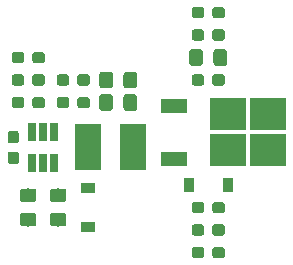
<source format=gbr>
G04 #@! TF.GenerationSoftware,KiCad,Pcbnew,(5.1.2)-2*
G04 #@! TF.CreationDate,2019-08-30T16:50:20-04:00*
G04 #@! TF.ProjectId,Buck Converter SubBoard 0-2,4275636b-2043-46f6-9e76-657274657220,rev?*
G04 #@! TF.SameCoordinates,Original*
G04 #@! TF.FileFunction,Paste,Top*
G04 #@! TF.FilePolarity,Positive*
%FSLAX46Y46*%
G04 Gerber Fmt 4.6, Leading zero omitted, Abs format (unit mm)*
G04 Created by KiCad (PCBNEW (5.1.2)-2) date 2019-08-30 16:50:20*
%MOMM*%
%LPD*%
G04 APERTURE LIST*
%ADD10C,0.100000*%
%ADD11C,1.150000*%
%ADD12C,0.950000*%
%ADD13R,1.200000X0.900000*%
%ADD14R,2.200000X3.900000*%
%ADD15R,0.650000X1.560000*%
%ADD16R,2.200000X1.200000*%
%ADD17R,3.050000X2.750000*%
%ADD18R,0.900000X1.200000*%
G04 APERTURE END LIST*
D10*
G04 #@! TO.C,C1*
G36*
X98264505Y-106351204D02*
G01*
X98288773Y-106354804D01*
X98312572Y-106360765D01*
X98335671Y-106369030D01*
X98357850Y-106379520D01*
X98378893Y-106392132D01*
X98398599Y-106406747D01*
X98416777Y-106423223D01*
X98433253Y-106441401D01*
X98447868Y-106461107D01*
X98460480Y-106482150D01*
X98470970Y-106504329D01*
X98479235Y-106527428D01*
X98485196Y-106551227D01*
X98488796Y-106575495D01*
X98490000Y-106599999D01*
X98490000Y-107250001D01*
X98488796Y-107274505D01*
X98485196Y-107298773D01*
X98479235Y-107322572D01*
X98470970Y-107345671D01*
X98460480Y-107367850D01*
X98447868Y-107388893D01*
X98433253Y-107408599D01*
X98416777Y-107426777D01*
X98398599Y-107443253D01*
X98378893Y-107457868D01*
X98357850Y-107470480D01*
X98335671Y-107480970D01*
X98312572Y-107489235D01*
X98288773Y-107495196D01*
X98264505Y-107498796D01*
X98240001Y-107500000D01*
X97339999Y-107500000D01*
X97315495Y-107498796D01*
X97291227Y-107495196D01*
X97267428Y-107489235D01*
X97244329Y-107480970D01*
X97222150Y-107470480D01*
X97201107Y-107457868D01*
X97181401Y-107443253D01*
X97163223Y-107426777D01*
X97146747Y-107408599D01*
X97132132Y-107388893D01*
X97119520Y-107367850D01*
X97109030Y-107345671D01*
X97100765Y-107322572D01*
X97094804Y-107298773D01*
X97091204Y-107274505D01*
X97090000Y-107250001D01*
X97090000Y-106599999D01*
X97091204Y-106575495D01*
X97094804Y-106551227D01*
X97100765Y-106527428D01*
X97109030Y-106504329D01*
X97119520Y-106482150D01*
X97132132Y-106461107D01*
X97146747Y-106441401D01*
X97163223Y-106423223D01*
X97181401Y-106406747D01*
X97201107Y-106392132D01*
X97222150Y-106379520D01*
X97244329Y-106369030D01*
X97267428Y-106360765D01*
X97291227Y-106354804D01*
X97315495Y-106351204D01*
X97339999Y-106350000D01*
X98240001Y-106350000D01*
X98264505Y-106351204D01*
X98264505Y-106351204D01*
G37*
D11*
X97790000Y-106925000D03*
D10*
G36*
X98264505Y-108401204D02*
G01*
X98288773Y-108404804D01*
X98312572Y-108410765D01*
X98335671Y-108419030D01*
X98357850Y-108429520D01*
X98378893Y-108442132D01*
X98398599Y-108456747D01*
X98416777Y-108473223D01*
X98433253Y-108491401D01*
X98447868Y-108511107D01*
X98460480Y-108532150D01*
X98470970Y-108554329D01*
X98479235Y-108577428D01*
X98485196Y-108601227D01*
X98488796Y-108625495D01*
X98490000Y-108649999D01*
X98490000Y-109300001D01*
X98488796Y-109324505D01*
X98485196Y-109348773D01*
X98479235Y-109372572D01*
X98470970Y-109395671D01*
X98460480Y-109417850D01*
X98447868Y-109438893D01*
X98433253Y-109458599D01*
X98416777Y-109476777D01*
X98398599Y-109493253D01*
X98378893Y-109507868D01*
X98357850Y-109520480D01*
X98335671Y-109530970D01*
X98312572Y-109539235D01*
X98288773Y-109545196D01*
X98264505Y-109548796D01*
X98240001Y-109550000D01*
X97339999Y-109550000D01*
X97315495Y-109548796D01*
X97291227Y-109545196D01*
X97267428Y-109539235D01*
X97244329Y-109530970D01*
X97222150Y-109520480D01*
X97201107Y-109507868D01*
X97181401Y-109493253D01*
X97163223Y-109476777D01*
X97146747Y-109458599D01*
X97132132Y-109438893D01*
X97119520Y-109417850D01*
X97109030Y-109395671D01*
X97100765Y-109372572D01*
X97094804Y-109348773D01*
X97091204Y-109324505D01*
X97090000Y-109300001D01*
X97090000Y-108649999D01*
X97091204Y-108625495D01*
X97094804Y-108601227D01*
X97100765Y-108577428D01*
X97109030Y-108554329D01*
X97119520Y-108532150D01*
X97132132Y-108511107D01*
X97146747Y-108491401D01*
X97163223Y-108473223D01*
X97181401Y-108456747D01*
X97201107Y-108442132D01*
X97222150Y-108429520D01*
X97244329Y-108419030D01*
X97267428Y-108410765D01*
X97291227Y-108404804D01*
X97315495Y-108401204D01*
X97339999Y-108400000D01*
X98240001Y-108400000D01*
X98264505Y-108401204D01*
X98264505Y-108401204D01*
G37*
D11*
X97790000Y-108975000D03*
G04 #@! TD*
D10*
G04 #@! TO.C,C2*
G36*
X95724505Y-106351204D02*
G01*
X95748773Y-106354804D01*
X95772572Y-106360765D01*
X95795671Y-106369030D01*
X95817850Y-106379520D01*
X95838893Y-106392132D01*
X95858599Y-106406747D01*
X95876777Y-106423223D01*
X95893253Y-106441401D01*
X95907868Y-106461107D01*
X95920480Y-106482150D01*
X95930970Y-106504329D01*
X95939235Y-106527428D01*
X95945196Y-106551227D01*
X95948796Y-106575495D01*
X95950000Y-106599999D01*
X95950000Y-107250001D01*
X95948796Y-107274505D01*
X95945196Y-107298773D01*
X95939235Y-107322572D01*
X95930970Y-107345671D01*
X95920480Y-107367850D01*
X95907868Y-107388893D01*
X95893253Y-107408599D01*
X95876777Y-107426777D01*
X95858599Y-107443253D01*
X95838893Y-107457868D01*
X95817850Y-107470480D01*
X95795671Y-107480970D01*
X95772572Y-107489235D01*
X95748773Y-107495196D01*
X95724505Y-107498796D01*
X95700001Y-107500000D01*
X94799999Y-107500000D01*
X94775495Y-107498796D01*
X94751227Y-107495196D01*
X94727428Y-107489235D01*
X94704329Y-107480970D01*
X94682150Y-107470480D01*
X94661107Y-107457868D01*
X94641401Y-107443253D01*
X94623223Y-107426777D01*
X94606747Y-107408599D01*
X94592132Y-107388893D01*
X94579520Y-107367850D01*
X94569030Y-107345671D01*
X94560765Y-107322572D01*
X94554804Y-107298773D01*
X94551204Y-107274505D01*
X94550000Y-107250001D01*
X94550000Y-106599999D01*
X94551204Y-106575495D01*
X94554804Y-106551227D01*
X94560765Y-106527428D01*
X94569030Y-106504329D01*
X94579520Y-106482150D01*
X94592132Y-106461107D01*
X94606747Y-106441401D01*
X94623223Y-106423223D01*
X94641401Y-106406747D01*
X94661107Y-106392132D01*
X94682150Y-106379520D01*
X94704329Y-106369030D01*
X94727428Y-106360765D01*
X94751227Y-106354804D01*
X94775495Y-106351204D01*
X94799999Y-106350000D01*
X95700001Y-106350000D01*
X95724505Y-106351204D01*
X95724505Y-106351204D01*
G37*
D11*
X95250000Y-106925000D03*
D10*
G36*
X95724505Y-108401204D02*
G01*
X95748773Y-108404804D01*
X95772572Y-108410765D01*
X95795671Y-108419030D01*
X95817850Y-108429520D01*
X95838893Y-108442132D01*
X95858599Y-108456747D01*
X95876777Y-108473223D01*
X95893253Y-108491401D01*
X95907868Y-108511107D01*
X95920480Y-108532150D01*
X95930970Y-108554329D01*
X95939235Y-108577428D01*
X95945196Y-108601227D01*
X95948796Y-108625495D01*
X95950000Y-108649999D01*
X95950000Y-109300001D01*
X95948796Y-109324505D01*
X95945196Y-109348773D01*
X95939235Y-109372572D01*
X95930970Y-109395671D01*
X95920480Y-109417850D01*
X95907868Y-109438893D01*
X95893253Y-109458599D01*
X95876777Y-109476777D01*
X95858599Y-109493253D01*
X95838893Y-109507868D01*
X95817850Y-109520480D01*
X95795671Y-109530970D01*
X95772572Y-109539235D01*
X95748773Y-109545196D01*
X95724505Y-109548796D01*
X95700001Y-109550000D01*
X94799999Y-109550000D01*
X94775495Y-109548796D01*
X94751227Y-109545196D01*
X94727428Y-109539235D01*
X94704329Y-109530970D01*
X94682150Y-109520480D01*
X94661107Y-109507868D01*
X94641401Y-109493253D01*
X94623223Y-109476777D01*
X94606747Y-109458599D01*
X94592132Y-109438893D01*
X94579520Y-109417850D01*
X94569030Y-109395671D01*
X94560765Y-109372572D01*
X94554804Y-109348773D01*
X94551204Y-109324505D01*
X94550000Y-109300001D01*
X94550000Y-108649999D01*
X94551204Y-108625495D01*
X94554804Y-108601227D01*
X94560765Y-108577428D01*
X94569030Y-108554329D01*
X94579520Y-108532150D01*
X94592132Y-108511107D01*
X94606747Y-108491401D01*
X94623223Y-108473223D01*
X94641401Y-108456747D01*
X94661107Y-108442132D01*
X94682150Y-108429520D01*
X94704329Y-108419030D01*
X94727428Y-108410765D01*
X94751227Y-108404804D01*
X94775495Y-108401204D01*
X94799999Y-108400000D01*
X95700001Y-108400000D01*
X95724505Y-108401204D01*
X95724505Y-108401204D01*
G37*
D11*
X95250000Y-108975000D03*
G04 #@! TD*
D10*
G04 #@! TO.C,C3*
G36*
X98495779Y-98586144D02*
G01*
X98518834Y-98589563D01*
X98541443Y-98595227D01*
X98563387Y-98603079D01*
X98584457Y-98613044D01*
X98604448Y-98625026D01*
X98623168Y-98638910D01*
X98640438Y-98654562D01*
X98656090Y-98671832D01*
X98669974Y-98690552D01*
X98681956Y-98710543D01*
X98691921Y-98731613D01*
X98699773Y-98753557D01*
X98705437Y-98776166D01*
X98708856Y-98799221D01*
X98710000Y-98822500D01*
X98710000Y-99297500D01*
X98708856Y-99320779D01*
X98705437Y-99343834D01*
X98699773Y-99366443D01*
X98691921Y-99388387D01*
X98681956Y-99409457D01*
X98669974Y-99429448D01*
X98656090Y-99448168D01*
X98640438Y-99465438D01*
X98623168Y-99481090D01*
X98604448Y-99494974D01*
X98584457Y-99506956D01*
X98563387Y-99516921D01*
X98541443Y-99524773D01*
X98518834Y-99530437D01*
X98495779Y-99533856D01*
X98472500Y-99535000D01*
X97897500Y-99535000D01*
X97874221Y-99533856D01*
X97851166Y-99530437D01*
X97828557Y-99524773D01*
X97806613Y-99516921D01*
X97785543Y-99506956D01*
X97765552Y-99494974D01*
X97746832Y-99481090D01*
X97729562Y-99465438D01*
X97713910Y-99448168D01*
X97700026Y-99429448D01*
X97688044Y-99409457D01*
X97678079Y-99388387D01*
X97670227Y-99366443D01*
X97664563Y-99343834D01*
X97661144Y-99320779D01*
X97660000Y-99297500D01*
X97660000Y-98822500D01*
X97661144Y-98799221D01*
X97664563Y-98776166D01*
X97670227Y-98753557D01*
X97678079Y-98731613D01*
X97688044Y-98710543D01*
X97700026Y-98690552D01*
X97713910Y-98671832D01*
X97729562Y-98654562D01*
X97746832Y-98638910D01*
X97765552Y-98625026D01*
X97785543Y-98613044D01*
X97806613Y-98603079D01*
X97828557Y-98595227D01*
X97851166Y-98589563D01*
X97874221Y-98586144D01*
X97897500Y-98585000D01*
X98472500Y-98585000D01*
X98495779Y-98586144D01*
X98495779Y-98586144D01*
G37*
D12*
X98185000Y-99060000D03*
D10*
G36*
X100245779Y-98586144D02*
G01*
X100268834Y-98589563D01*
X100291443Y-98595227D01*
X100313387Y-98603079D01*
X100334457Y-98613044D01*
X100354448Y-98625026D01*
X100373168Y-98638910D01*
X100390438Y-98654562D01*
X100406090Y-98671832D01*
X100419974Y-98690552D01*
X100431956Y-98710543D01*
X100441921Y-98731613D01*
X100449773Y-98753557D01*
X100455437Y-98776166D01*
X100458856Y-98799221D01*
X100460000Y-98822500D01*
X100460000Y-99297500D01*
X100458856Y-99320779D01*
X100455437Y-99343834D01*
X100449773Y-99366443D01*
X100441921Y-99388387D01*
X100431956Y-99409457D01*
X100419974Y-99429448D01*
X100406090Y-99448168D01*
X100390438Y-99465438D01*
X100373168Y-99481090D01*
X100354448Y-99494974D01*
X100334457Y-99506956D01*
X100313387Y-99516921D01*
X100291443Y-99524773D01*
X100268834Y-99530437D01*
X100245779Y-99533856D01*
X100222500Y-99535000D01*
X99647500Y-99535000D01*
X99624221Y-99533856D01*
X99601166Y-99530437D01*
X99578557Y-99524773D01*
X99556613Y-99516921D01*
X99535543Y-99506956D01*
X99515552Y-99494974D01*
X99496832Y-99481090D01*
X99479562Y-99465438D01*
X99463910Y-99448168D01*
X99450026Y-99429448D01*
X99438044Y-99409457D01*
X99428079Y-99388387D01*
X99420227Y-99366443D01*
X99414563Y-99343834D01*
X99411144Y-99320779D01*
X99410000Y-99297500D01*
X99410000Y-98822500D01*
X99411144Y-98799221D01*
X99414563Y-98776166D01*
X99420227Y-98753557D01*
X99428079Y-98731613D01*
X99438044Y-98710543D01*
X99450026Y-98690552D01*
X99463910Y-98671832D01*
X99479562Y-98654562D01*
X99496832Y-98638910D01*
X99515552Y-98625026D01*
X99535543Y-98613044D01*
X99556613Y-98603079D01*
X99578557Y-98595227D01*
X99601166Y-98589563D01*
X99624221Y-98586144D01*
X99647500Y-98585000D01*
X100222500Y-98585000D01*
X100245779Y-98586144D01*
X100245779Y-98586144D01*
G37*
D12*
X99935000Y-99060000D03*
G04 #@! TD*
D10*
G04 #@! TO.C,C4*
G36*
X104244505Y-96456204D02*
G01*
X104268773Y-96459804D01*
X104292572Y-96465765D01*
X104315671Y-96474030D01*
X104337850Y-96484520D01*
X104358893Y-96497132D01*
X104378599Y-96511747D01*
X104396777Y-96528223D01*
X104413253Y-96546401D01*
X104427868Y-96566107D01*
X104440480Y-96587150D01*
X104450970Y-96609329D01*
X104459235Y-96632428D01*
X104465196Y-96656227D01*
X104468796Y-96680495D01*
X104470000Y-96704999D01*
X104470000Y-97605001D01*
X104468796Y-97629505D01*
X104465196Y-97653773D01*
X104459235Y-97677572D01*
X104450970Y-97700671D01*
X104440480Y-97722850D01*
X104427868Y-97743893D01*
X104413253Y-97763599D01*
X104396777Y-97781777D01*
X104378599Y-97798253D01*
X104358893Y-97812868D01*
X104337850Y-97825480D01*
X104315671Y-97835970D01*
X104292572Y-97844235D01*
X104268773Y-97850196D01*
X104244505Y-97853796D01*
X104220001Y-97855000D01*
X103569999Y-97855000D01*
X103545495Y-97853796D01*
X103521227Y-97850196D01*
X103497428Y-97844235D01*
X103474329Y-97835970D01*
X103452150Y-97825480D01*
X103431107Y-97812868D01*
X103411401Y-97798253D01*
X103393223Y-97781777D01*
X103376747Y-97763599D01*
X103362132Y-97743893D01*
X103349520Y-97722850D01*
X103339030Y-97700671D01*
X103330765Y-97677572D01*
X103324804Y-97653773D01*
X103321204Y-97629505D01*
X103320000Y-97605001D01*
X103320000Y-96704999D01*
X103321204Y-96680495D01*
X103324804Y-96656227D01*
X103330765Y-96632428D01*
X103339030Y-96609329D01*
X103349520Y-96587150D01*
X103362132Y-96566107D01*
X103376747Y-96546401D01*
X103393223Y-96528223D01*
X103411401Y-96511747D01*
X103431107Y-96497132D01*
X103452150Y-96484520D01*
X103474329Y-96474030D01*
X103497428Y-96465765D01*
X103521227Y-96459804D01*
X103545495Y-96456204D01*
X103569999Y-96455000D01*
X104220001Y-96455000D01*
X104244505Y-96456204D01*
X104244505Y-96456204D01*
G37*
D11*
X103895000Y-97155000D03*
D10*
G36*
X102194505Y-96456204D02*
G01*
X102218773Y-96459804D01*
X102242572Y-96465765D01*
X102265671Y-96474030D01*
X102287850Y-96484520D01*
X102308893Y-96497132D01*
X102328599Y-96511747D01*
X102346777Y-96528223D01*
X102363253Y-96546401D01*
X102377868Y-96566107D01*
X102390480Y-96587150D01*
X102400970Y-96609329D01*
X102409235Y-96632428D01*
X102415196Y-96656227D01*
X102418796Y-96680495D01*
X102420000Y-96704999D01*
X102420000Y-97605001D01*
X102418796Y-97629505D01*
X102415196Y-97653773D01*
X102409235Y-97677572D01*
X102400970Y-97700671D01*
X102390480Y-97722850D01*
X102377868Y-97743893D01*
X102363253Y-97763599D01*
X102346777Y-97781777D01*
X102328599Y-97798253D01*
X102308893Y-97812868D01*
X102287850Y-97825480D01*
X102265671Y-97835970D01*
X102242572Y-97844235D01*
X102218773Y-97850196D01*
X102194505Y-97853796D01*
X102170001Y-97855000D01*
X101519999Y-97855000D01*
X101495495Y-97853796D01*
X101471227Y-97850196D01*
X101447428Y-97844235D01*
X101424329Y-97835970D01*
X101402150Y-97825480D01*
X101381107Y-97812868D01*
X101361401Y-97798253D01*
X101343223Y-97781777D01*
X101326747Y-97763599D01*
X101312132Y-97743893D01*
X101299520Y-97722850D01*
X101289030Y-97700671D01*
X101280765Y-97677572D01*
X101274804Y-97653773D01*
X101271204Y-97629505D01*
X101270000Y-97605001D01*
X101270000Y-96704999D01*
X101271204Y-96680495D01*
X101274804Y-96656227D01*
X101280765Y-96632428D01*
X101289030Y-96609329D01*
X101299520Y-96587150D01*
X101312132Y-96566107D01*
X101326747Y-96546401D01*
X101343223Y-96528223D01*
X101361401Y-96511747D01*
X101381107Y-96497132D01*
X101402150Y-96484520D01*
X101424329Y-96474030D01*
X101447428Y-96465765D01*
X101471227Y-96459804D01*
X101495495Y-96456204D01*
X101519999Y-96455000D01*
X102170001Y-96455000D01*
X102194505Y-96456204D01*
X102194505Y-96456204D01*
G37*
D11*
X101845000Y-97155000D03*
G04 #@! TD*
D10*
G04 #@! TO.C,C5*
G36*
X102194505Y-98361204D02*
G01*
X102218773Y-98364804D01*
X102242572Y-98370765D01*
X102265671Y-98379030D01*
X102287850Y-98389520D01*
X102308893Y-98402132D01*
X102328599Y-98416747D01*
X102346777Y-98433223D01*
X102363253Y-98451401D01*
X102377868Y-98471107D01*
X102390480Y-98492150D01*
X102400970Y-98514329D01*
X102409235Y-98537428D01*
X102415196Y-98561227D01*
X102418796Y-98585495D01*
X102420000Y-98609999D01*
X102420000Y-99510001D01*
X102418796Y-99534505D01*
X102415196Y-99558773D01*
X102409235Y-99582572D01*
X102400970Y-99605671D01*
X102390480Y-99627850D01*
X102377868Y-99648893D01*
X102363253Y-99668599D01*
X102346777Y-99686777D01*
X102328599Y-99703253D01*
X102308893Y-99717868D01*
X102287850Y-99730480D01*
X102265671Y-99740970D01*
X102242572Y-99749235D01*
X102218773Y-99755196D01*
X102194505Y-99758796D01*
X102170001Y-99760000D01*
X101519999Y-99760000D01*
X101495495Y-99758796D01*
X101471227Y-99755196D01*
X101447428Y-99749235D01*
X101424329Y-99740970D01*
X101402150Y-99730480D01*
X101381107Y-99717868D01*
X101361401Y-99703253D01*
X101343223Y-99686777D01*
X101326747Y-99668599D01*
X101312132Y-99648893D01*
X101299520Y-99627850D01*
X101289030Y-99605671D01*
X101280765Y-99582572D01*
X101274804Y-99558773D01*
X101271204Y-99534505D01*
X101270000Y-99510001D01*
X101270000Y-98609999D01*
X101271204Y-98585495D01*
X101274804Y-98561227D01*
X101280765Y-98537428D01*
X101289030Y-98514329D01*
X101299520Y-98492150D01*
X101312132Y-98471107D01*
X101326747Y-98451401D01*
X101343223Y-98433223D01*
X101361401Y-98416747D01*
X101381107Y-98402132D01*
X101402150Y-98389520D01*
X101424329Y-98379030D01*
X101447428Y-98370765D01*
X101471227Y-98364804D01*
X101495495Y-98361204D01*
X101519999Y-98360000D01*
X102170001Y-98360000D01*
X102194505Y-98361204D01*
X102194505Y-98361204D01*
G37*
D11*
X101845000Y-99060000D03*
D10*
G36*
X104244505Y-98361204D02*
G01*
X104268773Y-98364804D01*
X104292572Y-98370765D01*
X104315671Y-98379030D01*
X104337850Y-98389520D01*
X104358893Y-98402132D01*
X104378599Y-98416747D01*
X104396777Y-98433223D01*
X104413253Y-98451401D01*
X104427868Y-98471107D01*
X104440480Y-98492150D01*
X104450970Y-98514329D01*
X104459235Y-98537428D01*
X104465196Y-98561227D01*
X104468796Y-98585495D01*
X104470000Y-98609999D01*
X104470000Y-99510001D01*
X104468796Y-99534505D01*
X104465196Y-99558773D01*
X104459235Y-99582572D01*
X104450970Y-99605671D01*
X104440480Y-99627850D01*
X104427868Y-99648893D01*
X104413253Y-99668599D01*
X104396777Y-99686777D01*
X104378599Y-99703253D01*
X104358893Y-99717868D01*
X104337850Y-99730480D01*
X104315671Y-99740970D01*
X104292572Y-99749235D01*
X104268773Y-99755196D01*
X104244505Y-99758796D01*
X104220001Y-99760000D01*
X103569999Y-99760000D01*
X103545495Y-99758796D01*
X103521227Y-99755196D01*
X103497428Y-99749235D01*
X103474329Y-99740970D01*
X103452150Y-99730480D01*
X103431107Y-99717868D01*
X103411401Y-99703253D01*
X103393223Y-99686777D01*
X103376747Y-99668599D01*
X103362132Y-99648893D01*
X103349520Y-99627850D01*
X103339030Y-99605671D01*
X103330765Y-99582572D01*
X103324804Y-99558773D01*
X103321204Y-99534505D01*
X103320000Y-99510001D01*
X103320000Y-98609999D01*
X103321204Y-98585495D01*
X103324804Y-98561227D01*
X103330765Y-98537428D01*
X103339030Y-98514329D01*
X103349520Y-98492150D01*
X103362132Y-98471107D01*
X103376747Y-98451401D01*
X103393223Y-98433223D01*
X103411401Y-98416747D01*
X103431107Y-98402132D01*
X103452150Y-98389520D01*
X103474329Y-98379030D01*
X103497428Y-98370765D01*
X103521227Y-98364804D01*
X103545495Y-98361204D01*
X103569999Y-98360000D01*
X104220001Y-98360000D01*
X104244505Y-98361204D01*
X104244505Y-98361204D01*
G37*
D11*
X103895000Y-99060000D03*
G04 #@! TD*
D10*
G04 #@! TO.C,C6*
G36*
X111675779Y-107476144D02*
G01*
X111698834Y-107479563D01*
X111721443Y-107485227D01*
X111743387Y-107493079D01*
X111764457Y-107503044D01*
X111784448Y-107515026D01*
X111803168Y-107528910D01*
X111820438Y-107544562D01*
X111836090Y-107561832D01*
X111849974Y-107580552D01*
X111861956Y-107600543D01*
X111871921Y-107621613D01*
X111879773Y-107643557D01*
X111885437Y-107666166D01*
X111888856Y-107689221D01*
X111890000Y-107712500D01*
X111890000Y-108187500D01*
X111888856Y-108210779D01*
X111885437Y-108233834D01*
X111879773Y-108256443D01*
X111871921Y-108278387D01*
X111861956Y-108299457D01*
X111849974Y-108319448D01*
X111836090Y-108338168D01*
X111820438Y-108355438D01*
X111803168Y-108371090D01*
X111784448Y-108384974D01*
X111764457Y-108396956D01*
X111743387Y-108406921D01*
X111721443Y-108414773D01*
X111698834Y-108420437D01*
X111675779Y-108423856D01*
X111652500Y-108425000D01*
X111077500Y-108425000D01*
X111054221Y-108423856D01*
X111031166Y-108420437D01*
X111008557Y-108414773D01*
X110986613Y-108406921D01*
X110965543Y-108396956D01*
X110945552Y-108384974D01*
X110926832Y-108371090D01*
X110909562Y-108355438D01*
X110893910Y-108338168D01*
X110880026Y-108319448D01*
X110868044Y-108299457D01*
X110858079Y-108278387D01*
X110850227Y-108256443D01*
X110844563Y-108233834D01*
X110841144Y-108210779D01*
X110840000Y-108187500D01*
X110840000Y-107712500D01*
X110841144Y-107689221D01*
X110844563Y-107666166D01*
X110850227Y-107643557D01*
X110858079Y-107621613D01*
X110868044Y-107600543D01*
X110880026Y-107580552D01*
X110893910Y-107561832D01*
X110909562Y-107544562D01*
X110926832Y-107528910D01*
X110945552Y-107515026D01*
X110965543Y-107503044D01*
X110986613Y-107493079D01*
X111008557Y-107485227D01*
X111031166Y-107479563D01*
X111054221Y-107476144D01*
X111077500Y-107475000D01*
X111652500Y-107475000D01*
X111675779Y-107476144D01*
X111675779Y-107476144D01*
G37*
D12*
X111365000Y-107950000D03*
D10*
G36*
X109925779Y-107476144D02*
G01*
X109948834Y-107479563D01*
X109971443Y-107485227D01*
X109993387Y-107493079D01*
X110014457Y-107503044D01*
X110034448Y-107515026D01*
X110053168Y-107528910D01*
X110070438Y-107544562D01*
X110086090Y-107561832D01*
X110099974Y-107580552D01*
X110111956Y-107600543D01*
X110121921Y-107621613D01*
X110129773Y-107643557D01*
X110135437Y-107666166D01*
X110138856Y-107689221D01*
X110140000Y-107712500D01*
X110140000Y-108187500D01*
X110138856Y-108210779D01*
X110135437Y-108233834D01*
X110129773Y-108256443D01*
X110121921Y-108278387D01*
X110111956Y-108299457D01*
X110099974Y-108319448D01*
X110086090Y-108338168D01*
X110070438Y-108355438D01*
X110053168Y-108371090D01*
X110034448Y-108384974D01*
X110014457Y-108396956D01*
X109993387Y-108406921D01*
X109971443Y-108414773D01*
X109948834Y-108420437D01*
X109925779Y-108423856D01*
X109902500Y-108425000D01*
X109327500Y-108425000D01*
X109304221Y-108423856D01*
X109281166Y-108420437D01*
X109258557Y-108414773D01*
X109236613Y-108406921D01*
X109215543Y-108396956D01*
X109195552Y-108384974D01*
X109176832Y-108371090D01*
X109159562Y-108355438D01*
X109143910Y-108338168D01*
X109130026Y-108319448D01*
X109118044Y-108299457D01*
X109108079Y-108278387D01*
X109100227Y-108256443D01*
X109094563Y-108233834D01*
X109091144Y-108210779D01*
X109090000Y-108187500D01*
X109090000Y-107712500D01*
X109091144Y-107689221D01*
X109094563Y-107666166D01*
X109100227Y-107643557D01*
X109108079Y-107621613D01*
X109118044Y-107600543D01*
X109130026Y-107580552D01*
X109143910Y-107561832D01*
X109159562Y-107544562D01*
X109176832Y-107528910D01*
X109195552Y-107515026D01*
X109215543Y-107503044D01*
X109236613Y-107493079D01*
X109258557Y-107485227D01*
X109281166Y-107479563D01*
X109304221Y-107476144D01*
X109327500Y-107475000D01*
X109902500Y-107475000D01*
X109925779Y-107476144D01*
X109925779Y-107476144D01*
G37*
D12*
X109615000Y-107950000D03*
G04 #@! TD*
D10*
G04 #@! TO.C,C7*
G36*
X109814505Y-94551204D02*
G01*
X109838773Y-94554804D01*
X109862572Y-94560765D01*
X109885671Y-94569030D01*
X109907850Y-94579520D01*
X109928893Y-94592132D01*
X109948599Y-94606747D01*
X109966777Y-94623223D01*
X109983253Y-94641401D01*
X109997868Y-94661107D01*
X110010480Y-94682150D01*
X110020970Y-94704329D01*
X110029235Y-94727428D01*
X110035196Y-94751227D01*
X110038796Y-94775495D01*
X110040000Y-94799999D01*
X110040000Y-95700001D01*
X110038796Y-95724505D01*
X110035196Y-95748773D01*
X110029235Y-95772572D01*
X110020970Y-95795671D01*
X110010480Y-95817850D01*
X109997868Y-95838893D01*
X109983253Y-95858599D01*
X109966777Y-95876777D01*
X109948599Y-95893253D01*
X109928893Y-95907868D01*
X109907850Y-95920480D01*
X109885671Y-95930970D01*
X109862572Y-95939235D01*
X109838773Y-95945196D01*
X109814505Y-95948796D01*
X109790001Y-95950000D01*
X109139999Y-95950000D01*
X109115495Y-95948796D01*
X109091227Y-95945196D01*
X109067428Y-95939235D01*
X109044329Y-95930970D01*
X109022150Y-95920480D01*
X109001107Y-95907868D01*
X108981401Y-95893253D01*
X108963223Y-95876777D01*
X108946747Y-95858599D01*
X108932132Y-95838893D01*
X108919520Y-95817850D01*
X108909030Y-95795671D01*
X108900765Y-95772572D01*
X108894804Y-95748773D01*
X108891204Y-95724505D01*
X108890000Y-95700001D01*
X108890000Y-94799999D01*
X108891204Y-94775495D01*
X108894804Y-94751227D01*
X108900765Y-94727428D01*
X108909030Y-94704329D01*
X108919520Y-94682150D01*
X108932132Y-94661107D01*
X108946747Y-94641401D01*
X108963223Y-94623223D01*
X108981401Y-94606747D01*
X109001107Y-94592132D01*
X109022150Y-94579520D01*
X109044329Y-94569030D01*
X109067428Y-94560765D01*
X109091227Y-94554804D01*
X109115495Y-94551204D01*
X109139999Y-94550000D01*
X109790001Y-94550000D01*
X109814505Y-94551204D01*
X109814505Y-94551204D01*
G37*
D11*
X109465000Y-95250000D03*
D10*
G36*
X111864505Y-94551204D02*
G01*
X111888773Y-94554804D01*
X111912572Y-94560765D01*
X111935671Y-94569030D01*
X111957850Y-94579520D01*
X111978893Y-94592132D01*
X111998599Y-94606747D01*
X112016777Y-94623223D01*
X112033253Y-94641401D01*
X112047868Y-94661107D01*
X112060480Y-94682150D01*
X112070970Y-94704329D01*
X112079235Y-94727428D01*
X112085196Y-94751227D01*
X112088796Y-94775495D01*
X112090000Y-94799999D01*
X112090000Y-95700001D01*
X112088796Y-95724505D01*
X112085196Y-95748773D01*
X112079235Y-95772572D01*
X112070970Y-95795671D01*
X112060480Y-95817850D01*
X112047868Y-95838893D01*
X112033253Y-95858599D01*
X112016777Y-95876777D01*
X111998599Y-95893253D01*
X111978893Y-95907868D01*
X111957850Y-95920480D01*
X111935671Y-95930970D01*
X111912572Y-95939235D01*
X111888773Y-95945196D01*
X111864505Y-95948796D01*
X111840001Y-95950000D01*
X111189999Y-95950000D01*
X111165495Y-95948796D01*
X111141227Y-95945196D01*
X111117428Y-95939235D01*
X111094329Y-95930970D01*
X111072150Y-95920480D01*
X111051107Y-95907868D01*
X111031401Y-95893253D01*
X111013223Y-95876777D01*
X110996747Y-95858599D01*
X110982132Y-95838893D01*
X110969520Y-95817850D01*
X110959030Y-95795671D01*
X110950765Y-95772572D01*
X110944804Y-95748773D01*
X110941204Y-95724505D01*
X110940000Y-95700001D01*
X110940000Y-94799999D01*
X110941204Y-94775495D01*
X110944804Y-94751227D01*
X110950765Y-94727428D01*
X110959030Y-94704329D01*
X110969520Y-94682150D01*
X110982132Y-94661107D01*
X110996747Y-94641401D01*
X111013223Y-94623223D01*
X111031401Y-94606747D01*
X111051107Y-94592132D01*
X111072150Y-94579520D01*
X111094329Y-94569030D01*
X111117428Y-94560765D01*
X111141227Y-94554804D01*
X111165495Y-94551204D01*
X111189999Y-94550000D01*
X111840001Y-94550000D01*
X111864505Y-94551204D01*
X111864505Y-94551204D01*
G37*
D11*
X111515000Y-95250000D03*
G04 #@! TD*
D10*
G04 #@! TO.C,C8*
G36*
X111675779Y-96681144D02*
G01*
X111698834Y-96684563D01*
X111721443Y-96690227D01*
X111743387Y-96698079D01*
X111764457Y-96708044D01*
X111784448Y-96720026D01*
X111803168Y-96733910D01*
X111820438Y-96749562D01*
X111836090Y-96766832D01*
X111849974Y-96785552D01*
X111861956Y-96805543D01*
X111871921Y-96826613D01*
X111879773Y-96848557D01*
X111885437Y-96871166D01*
X111888856Y-96894221D01*
X111890000Y-96917500D01*
X111890000Y-97392500D01*
X111888856Y-97415779D01*
X111885437Y-97438834D01*
X111879773Y-97461443D01*
X111871921Y-97483387D01*
X111861956Y-97504457D01*
X111849974Y-97524448D01*
X111836090Y-97543168D01*
X111820438Y-97560438D01*
X111803168Y-97576090D01*
X111784448Y-97589974D01*
X111764457Y-97601956D01*
X111743387Y-97611921D01*
X111721443Y-97619773D01*
X111698834Y-97625437D01*
X111675779Y-97628856D01*
X111652500Y-97630000D01*
X111077500Y-97630000D01*
X111054221Y-97628856D01*
X111031166Y-97625437D01*
X111008557Y-97619773D01*
X110986613Y-97611921D01*
X110965543Y-97601956D01*
X110945552Y-97589974D01*
X110926832Y-97576090D01*
X110909562Y-97560438D01*
X110893910Y-97543168D01*
X110880026Y-97524448D01*
X110868044Y-97504457D01*
X110858079Y-97483387D01*
X110850227Y-97461443D01*
X110844563Y-97438834D01*
X110841144Y-97415779D01*
X110840000Y-97392500D01*
X110840000Y-96917500D01*
X110841144Y-96894221D01*
X110844563Y-96871166D01*
X110850227Y-96848557D01*
X110858079Y-96826613D01*
X110868044Y-96805543D01*
X110880026Y-96785552D01*
X110893910Y-96766832D01*
X110909562Y-96749562D01*
X110926832Y-96733910D01*
X110945552Y-96720026D01*
X110965543Y-96708044D01*
X110986613Y-96698079D01*
X111008557Y-96690227D01*
X111031166Y-96684563D01*
X111054221Y-96681144D01*
X111077500Y-96680000D01*
X111652500Y-96680000D01*
X111675779Y-96681144D01*
X111675779Y-96681144D01*
G37*
D12*
X111365000Y-97155000D03*
D10*
G36*
X109925779Y-96681144D02*
G01*
X109948834Y-96684563D01*
X109971443Y-96690227D01*
X109993387Y-96698079D01*
X110014457Y-96708044D01*
X110034448Y-96720026D01*
X110053168Y-96733910D01*
X110070438Y-96749562D01*
X110086090Y-96766832D01*
X110099974Y-96785552D01*
X110111956Y-96805543D01*
X110121921Y-96826613D01*
X110129773Y-96848557D01*
X110135437Y-96871166D01*
X110138856Y-96894221D01*
X110140000Y-96917500D01*
X110140000Y-97392500D01*
X110138856Y-97415779D01*
X110135437Y-97438834D01*
X110129773Y-97461443D01*
X110121921Y-97483387D01*
X110111956Y-97504457D01*
X110099974Y-97524448D01*
X110086090Y-97543168D01*
X110070438Y-97560438D01*
X110053168Y-97576090D01*
X110034448Y-97589974D01*
X110014457Y-97601956D01*
X109993387Y-97611921D01*
X109971443Y-97619773D01*
X109948834Y-97625437D01*
X109925779Y-97628856D01*
X109902500Y-97630000D01*
X109327500Y-97630000D01*
X109304221Y-97628856D01*
X109281166Y-97625437D01*
X109258557Y-97619773D01*
X109236613Y-97611921D01*
X109215543Y-97601956D01*
X109195552Y-97589974D01*
X109176832Y-97576090D01*
X109159562Y-97560438D01*
X109143910Y-97543168D01*
X109130026Y-97524448D01*
X109118044Y-97504457D01*
X109108079Y-97483387D01*
X109100227Y-97461443D01*
X109094563Y-97438834D01*
X109091144Y-97415779D01*
X109090000Y-97392500D01*
X109090000Y-96917500D01*
X109091144Y-96894221D01*
X109094563Y-96871166D01*
X109100227Y-96848557D01*
X109108079Y-96826613D01*
X109118044Y-96805543D01*
X109130026Y-96785552D01*
X109143910Y-96766832D01*
X109159562Y-96749562D01*
X109176832Y-96733910D01*
X109195552Y-96720026D01*
X109215543Y-96708044D01*
X109236613Y-96698079D01*
X109258557Y-96690227D01*
X109281166Y-96684563D01*
X109304221Y-96681144D01*
X109327500Y-96680000D01*
X109902500Y-96680000D01*
X109925779Y-96681144D01*
X109925779Y-96681144D01*
G37*
D12*
X109615000Y-97155000D03*
G04 #@! TD*
D13*
G04 #@! TO.C,D1*
X100330000Y-106300000D03*
X100330000Y-109600000D03*
G04 #@! TD*
D10*
G04 #@! TO.C,D2*
G36*
X109925779Y-111286144D02*
G01*
X109948834Y-111289563D01*
X109971443Y-111295227D01*
X109993387Y-111303079D01*
X110014457Y-111313044D01*
X110034448Y-111325026D01*
X110053168Y-111338910D01*
X110070438Y-111354562D01*
X110086090Y-111371832D01*
X110099974Y-111390552D01*
X110111956Y-111410543D01*
X110121921Y-111431613D01*
X110129773Y-111453557D01*
X110135437Y-111476166D01*
X110138856Y-111499221D01*
X110140000Y-111522500D01*
X110140000Y-111997500D01*
X110138856Y-112020779D01*
X110135437Y-112043834D01*
X110129773Y-112066443D01*
X110121921Y-112088387D01*
X110111956Y-112109457D01*
X110099974Y-112129448D01*
X110086090Y-112148168D01*
X110070438Y-112165438D01*
X110053168Y-112181090D01*
X110034448Y-112194974D01*
X110014457Y-112206956D01*
X109993387Y-112216921D01*
X109971443Y-112224773D01*
X109948834Y-112230437D01*
X109925779Y-112233856D01*
X109902500Y-112235000D01*
X109327500Y-112235000D01*
X109304221Y-112233856D01*
X109281166Y-112230437D01*
X109258557Y-112224773D01*
X109236613Y-112216921D01*
X109215543Y-112206956D01*
X109195552Y-112194974D01*
X109176832Y-112181090D01*
X109159562Y-112165438D01*
X109143910Y-112148168D01*
X109130026Y-112129448D01*
X109118044Y-112109457D01*
X109108079Y-112088387D01*
X109100227Y-112066443D01*
X109094563Y-112043834D01*
X109091144Y-112020779D01*
X109090000Y-111997500D01*
X109090000Y-111522500D01*
X109091144Y-111499221D01*
X109094563Y-111476166D01*
X109100227Y-111453557D01*
X109108079Y-111431613D01*
X109118044Y-111410543D01*
X109130026Y-111390552D01*
X109143910Y-111371832D01*
X109159562Y-111354562D01*
X109176832Y-111338910D01*
X109195552Y-111325026D01*
X109215543Y-111313044D01*
X109236613Y-111303079D01*
X109258557Y-111295227D01*
X109281166Y-111289563D01*
X109304221Y-111286144D01*
X109327500Y-111285000D01*
X109902500Y-111285000D01*
X109925779Y-111286144D01*
X109925779Y-111286144D01*
G37*
D12*
X109615000Y-111760000D03*
D10*
G36*
X111675779Y-111286144D02*
G01*
X111698834Y-111289563D01*
X111721443Y-111295227D01*
X111743387Y-111303079D01*
X111764457Y-111313044D01*
X111784448Y-111325026D01*
X111803168Y-111338910D01*
X111820438Y-111354562D01*
X111836090Y-111371832D01*
X111849974Y-111390552D01*
X111861956Y-111410543D01*
X111871921Y-111431613D01*
X111879773Y-111453557D01*
X111885437Y-111476166D01*
X111888856Y-111499221D01*
X111890000Y-111522500D01*
X111890000Y-111997500D01*
X111888856Y-112020779D01*
X111885437Y-112043834D01*
X111879773Y-112066443D01*
X111871921Y-112088387D01*
X111861956Y-112109457D01*
X111849974Y-112129448D01*
X111836090Y-112148168D01*
X111820438Y-112165438D01*
X111803168Y-112181090D01*
X111784448Y-112194974D01*
X111764457Y-112206956D01*
X111743387Y-112216921D01*
X111721443Y-112224773D01*
X111698834Y-112230437D01*
X111675779Y-112233856D01*
X111652500Y-112235000D01*
X111077500Y-112235000D01*
X111054221Y-112233856D01*
X111031166Y-112230437D01*
X111008557Y-112224773D01*
X110986613Y-112216921D01*
X110965543Y-112206956D01*
X110945552Y-112194974D01*
X110926832Y-112181090D01*
X110909562Y-112165438D01*
X110893910Y-112148168D01*
X110880026Y-112129448D01*
X110868044Y-112109457D01*
X110858079Y-112088387D01*
X110850227Y-112066443D01*
X110844563Y-112043834D01*
X110841144Y-112020779D01*
X110840000Y-111997500D01*
X110840000Y-111522500D01*
X110841144Y-111499221D01*
X110844563Y-111476166D01*
X110850227Y-111453557D01*
X110858079Y-111431613D01*
X110868044Y-111410543D01*
X110880026Y-111390552D01*
X110893910Y-111371832D01*
X110909562Y-111354562D01*
X110926832Y-111338910D01*
X110945552Y-111325026D01*
X110965543Y-111313044D01*
X110986613Y-111303079D01*
X111008557Y-111295227D01*
X111031166Y-111289563D01*
X111054221Y-111286144D01*
X111077500Y-111285000D01*
X111652500Y-111285000D01*
X111675779Y-111286144D01*
X111675779Y-111286144D01*
G37*
D12*
X111365000Y-111760000D03*
G04 #@! TD*
D10*
G04 #@! TO.C,D3*
G36*
X111675779Y-90966144D02*
G01*
X111698834Y-90969563D01*
X111721443Y-90975227D01*
X111743387Y-90983079D01*
X111764457Y-90993044D01*
X111784448Y-91005026D01*
X111803168Y-91018910D01*
X111820438Y-91034562D01*
X111836090Y-91051832D01*
X111849974Y-91070552D01*
X111861956Y-91090543D01*
X111871921Y-91111613D01*
X111879773Y-91133557D01*
X111885437Y-91156166D01*
X111888856Y-91179221D01*
X111890000Y-91202500D01*
X111890000Y-91677500D01*
X111888856Y-91700779D01*
X111885437Y-91723834D01*
X111879773Y-91746443D01*
X111871921Y-91768387D01*
X111861956Y-91789457D01*
X111849974Y-91809448D01*
X111836090Y-91828168D01*
X111820438Y-91845438D01*
X111803168Y-91861090D01*
X111784448Y-91874974D01*
X111764457Y-91886956D01*
X111743387Y-91896921D01*
X111721443Y-91904773D01*
X111698834Y-91910437D01*
X111675779Y-91913856D01*
X111652500Y-91915000D01*
X111077500Y-91915000D01*
X111054221Y-91913856D01*
X111031166Y-91910437D01*
X111008557Y-91904773D01*
X110986613Y-91896921D01*
X110965543Y-91886956D01*
X110945552Y-91874974D01*
X110926832Y-91861090D01*
X110909562Y-91845438D01*
X110893910Y-91828168D01*
X110880026Y-91809448D01*
X110868044Y-91789457D01*
X110858079Y-91768387D01*
X110850227Y-91746443D01*
X110844563Y-91723834D01*
X110841144Y-91700779D01*
X110840000Y-91677500D01*
X110840000Y-91202500D01*
X110841144Y-91179221D01*
X110844563Y-91156166D01*
X110850227Y-91133557D01*
X110858079Y-91111613D01*
X110868044Y-91090543D01*
X110880026Y-91070552D01*
X110893910Y-91051832D01*
X110909562Y-91034562D01*
X110926832Y-91018910D01*
X110945552Y-91005026D01*
X110965543Y-90993044D01*
X110986613Y-90983079D01*
X111008557Y-90975227D01*
X111031166Y-90969563D01*
X111054221Y-90966144D01*
X111077500Y-90965000D01*
X111652500Y-90965000D01*
X111675779Y-90966144D01*
X111675779Y-90966144D01*
G37*
D12*
X111365000Y-91440000D03*
D10*
G36*
X109925779Y-90966144D02*
G01*
X109948834Y-90969563D01*
X109971443Y-90975227D01*
X109993387Y-90983079D01*
X110014457Y-90993044D01*
X110034448Y-91005026D01*
X110053168Y-91018910D01*
X110070438Y-91034562D01*
X110086090Y-91051832D01*
X110099974Y-91070552D01*
X110111956Y-91090543D01*
X110121921Y-91111613D01*
X110129773Y-91133557D01*
X110135437Y-91156166D01*
X110138856Y-91179221D01*
X110140000Y-91202500D01*
X110140000Y-91677500D01*
X110138856Y-91700779D01*
X110135437Y-91723834D01*
X110129773Y-91746443D01*
X110121921Y-91768387D01*
X110111956Y-91789457D01*
X110099974Y-91809448D01*
X110086090Y-91828168D01*
X110070438Y-91845438D01*
X110053168Y-91861090D01*
X110034448Y-91874974D01*
X110014457Y-91886956D01*
X109993387Y-91896921D01*
X109971443Y-91904773D01*
X109948834Y-91910437D01*
X109925779Y-91913856D01*
X109902500Y-91915000D01*
X109327500Y-91915000D01*
X109304221Y-91913856D01*
X109281166Y-91910437D01*
X109258557Y-91904773D01*
X109236613Y-91896921D01*
X109215543Y-91886956D01*
X109195552Y-91874974D01*
X109176832Y-91861090D01*
X109159562Y-91845438D01*
X109143910Y-91828168D01*
X109130026Y-91809448D01*
X109118044Y-91789457D01*
X109108079Y-91768387D01*
X109100227Y-91746443D01*
X109094563Y-91723834D01*
X109091144Y-91700779D01*
X109090000Y-91677500D01*
X109090000Y-91202500D01*
X109091144Y-91179221D01*
X109094563Y-91156166D01*
X109100227Y-91133557D01*
X109108079Y-91111613D01*
X109118044Y-91090543D01*
X109130026Y-91070552D01*
X109143910Y-91051832D01*
X109159562Y-91034562D01*
X109176832Y-91018910D01*
X109195552Y-91005026D01*
X109215543Y-90993044D01*
X109236613Y-90983079D01*
X109258557Y-90975227D01*
X109281166Y-90969563D01*
X109304221Y-90966144D01*
X109327500Y-90965000D01*
X109902500Y-90965000D01*
X109925779Y-90966144D01*
X109925779Y-90966144D01*
G37*
D12*
X109615000Y-91440000D03*
G04 #@! TD*
D14*
G04 #@! TO.C,L1*
X100335000Y-102870000D03*
X104135000Y-102870000D03*
G04 #@! TD*
D10*
G04 #@! TO.C,R1*
G36*
X94240779Y-103221144D02*
G01*
X94263834Y-103224563D01*
X94286443Y-103230227D01*
X94308387Y-103238079D01*
X94329457Y-103248044D01*
X94349448Y-103260026D01*
X94368168Y-103273910D01*
X94385438Y-103289562D01*
X94401090Y-103306832D01*
X94414974Y-103325552D01*
X94426956Y-103345543D01*
X94436921Y-103366613D01*
X94444773Y-103388557D01*
X94450437Y-103411166D01*
X94453856Y-103434221D01*
X94455000Y-103457500D01*
X94455000Y-104032500D01*
X94453856Y-104055779D01*
X94450437Y-104078834D01*
X94444773Y-104101443D01*
X94436921Y-104123387D01*
X94426956Y-104144457D01*
X94414974Y-104164448D01*
X94401090Y-104183168D01*
X94385438Y-104200438D01*
X94368168Y-104216090D01*
X94349448Y-104229974D01*
X94329457Y-104241956D01*
X94308387Y-104251921D01*
X94286443Y-104259773D01*
X94263834Y-104265437D01*
X94240779Y-104268856D01*
X94217500Y-104270000D01*
X93742500Y-104270000D01*
X93719221Y-104268856D01*
X93696166Y-104265437D01*
X93673557Y-104259773D01*
X93651613Y-104251921D01*
X93630543Y-104241956D01*
X93610552Y-104229974D01*
X93591832Y-104216090D01*
X93574562Y-104200438D01*
X93558910Y-104183168D01*
X93545026Y-104164448D01*
X93533044Y-104144457D01*
X93523079Y-104123387D01*
X93515227Y-104101443D01*
X93509563Y-104078834D01*
X93506144Y-104055779D01*
X93505000Y-104032500D01*
X93505000Y-103457500D01*
X93506144Y-103434221D01*
X93509563Y-103411166D01*
X93515227Y-103388557D01*
X93523079Y-103366613D01*
X93533044Y-103345543D01*
X93545026Y-103325552D01*
X93558910Y-103306832D01*
X93574562Y-103289562D01*
X93591832Y-103273910D01*
X93610552Y-103260026D01*
X93630543Y-103248044D01*
X93651613Y-103238079D01*
X93673557Y-103230227D01*
X93696166Y-103224563D01*
X93719221Y-103221144D01*
X93742500Y-103220000D01*
X94217500Y-103220000D01*
X94240779Y-103221144D01*
X94240779Y-103221144D01*
G37*
D12*
X93980000Y-103745000D03*
D10*
G36*
X94240779Y-101471144D02*
G01*
X94263834Y-101474563D01*
X94286443Y-101480227D01*
X94308387Y-101488079D01*
X94329457Y-101498044D01*
X94349448Y-101510026D01*
X94368168Y-101523910D01*
X94385438Y-101539562D01*
X94401090Y-101556832D01*
X94414974Y-101575552D01*
X94426956Y-101595543D01*
X94436921Y-101616613D01*
X94444773Y-101638557D01*
X94450437Y-101661166D01*
X94453856Y-101684221D01*
X94455000Y-101707500D01*
X94455000Y-102282500D01*
X94453856Y-102305779D01*
X94450437Y-102328834D01*
X94444773Y-102351443D01*
X94436921Y-102373387D01*
X94426956Y-102394457D01*
X94414974Y-102414448D01*
X94401090Y-102433168D01*
X94385438Y-102450438D01*
X94368168Y-102466090D01*
X94349448Y-102479974D01*
X94329457Y-102491956D01*
X94308387Y-102501921D01*
X94286443Y-102509773D01*
X94263834Y-102515437D01*
X94240779Y-102518856D01*
X94217500Y-102520000D01*
X93742500Y-102520000D01*
X93719221Y-102518856D01*
X93696166Y-102515437D01*
X93673557Y-102509773D01*
X93651613Y-102501921D01*
X93630543Y-102491956D01*
X93610552Y-102479974D01*
X93591832Y-102466090D01*
X93574562Y-102450438D01*
X93558910Y-102433168D01*
X93545026Y-102414448D01*
X93533044Y-102394457D01*
X93523079Y-102373387D01*
X93515227Y-102351443D01*
X93509563Y-102328834D01*
X93506144Y-102305779D01*
X93505000Y-102282500D01*
X93505000Y-101707500D01*
X93506144Y-101684221D01*
X93509563Y-101661166D01*
X93515227Y-101638557D01*
X93523079Y-101616613D01*
X93533044Y-101595543D01*
X93545026Y-101575552D01*
X93558910Y-101556832D01*
X93574562Y-101539562D01*
X93591832Y-101523910D01*
X93610552Y-101510026D01*
X93630543Y-101498044D01*
X93651613Y-101488079D01*
X93673557Y-101480227D01*
X93696166Y-101474563D01*
X93719221Y-101471144D01*
X93742500Y-101470000D01*
X94217500Y-101470000D01*
X94240779Y-101471144D01*
X94240779Y-101471144D01*
G37*
D12*
X93980000Y-101995000D03*
G04 #@! TD*
D10*
G04 #@! TO.C,R2*
G36*
X94685779Y-96681144D02*
G01*
X94708834Y-96684563D01*
X94731443Y-96690227D01*
X94753387Y-96698079D01*
X94774457Y-96708044D01*
X94794448Y-96720026D01*
X94813168Y-96733910D01*
X94830438Y-96749562D01*
X94846090Y-96766832D01*
X94859974Y-96785552D01*
X94871956Y-96805543D01*
X94881921Y-96826613D01*
X94889773Y-96848557D01*
X94895437Y-96871166D01*
X94898856Y-96894221D01*
X94900000Y-96917500D01*
X94900000Y-97392500D01*
X94898856Y-97415779D01*
X94895437Y-97438834D01*
X94889773Y-97461443D01*
X94881921Y-97483387D01*
X94871956Y-97504457D01*
X94859974Y-97524448D01*
X94846090Y-97543168D01*
X94830438Y-97560438D01*
X94813168Y-97576090D01*
X94794448Y-97589974D01*
X94774457Y-97601956D01*
X94753387Y-97611921D01*
X94731443Y-97619773D01*
X94708834Y-97625437D01*
X94685779Y-97628856D01*
X94662500Y-97630000D01*
X94087500Y-97630000D01*
X94064221Y-97628856D01*
X94041166Y-97625437D01*
X94018557Y-97619773D01*
X93996613Y-97611921D01*
X93975543Y-97601956D01*
X93955552Y-97589974D01*
X93936832Y-97576090D01*
X93919562Y-97560438D01*
X93903910Y-97543168D01*
X93890026Y-97524448D01*
X93878044Y-97504457D01*
X93868079Y-97483387D01*
X93860227Y-97461443D01*
X93854563Y-97438834D01*
X93851144Y-97415779D01*
X93850000Y-97392500D01*
X93850000Y-96917500D01*
X93851144Y-96894221D01*
X93854563Y-96871166D01*
X93860227Y-96848557D01*
X93868079Y-96826613D01*
X93878044Y-96805543D01*
X93890026Y-96785552D01*
X93903910Y-96766832D01*
X93919562Y-96749562D01*
X93936832Y-96733910D01*
X93955552Y-96720026D01*
X93975543Y-96708044D01*
X93996613Y-96698079D01*
X94018557Y-96690227D01*
X94041166Y-96684563D01*
X94064221Y-96681144D01*
X94087500Y-96680000D01*
X94662500Y-96680000D01*
X94685779Y-96681144D01*
X94685779Y-96681144D01*
G37*
D12*
X94375000Y-97155000D03*
D10*
G36*
X96435779Y-96681144D02*
G01*
X96458834Y-96684563D01*
X96481443Y-96690227D01*
X96503387Y-96698079D01*
X96524457Y-96708044D01*
X96544448Y-96720026D01*
X96563168Y-96733910D01*
X96580438Y-96749562D01*
X96596090Y-96766832D01*
X96609974Y-96785552D01*
X96621956Y-96805543D01*
X96631921Y-96826613D01*
X96639773Y-96848557D01*
X96645437Y-96871166D01*
X96648856Y-96894221D01*
X96650000Y-96917500D01*
X96650000Y-97392500D01*
X96648856Y-97415779D01*
X96645437Y-97438834D01*
X96639773Y-97461443D01*
X96631921Y-97483387D01*
X96621956Y-97504457D01*
X96609974Y-97524448D01*
X96596090Y-97543168D01*
X96580438Y-97560438D01*
X96563168Y-97576090D01*
X96544448Y-97589974D01*
X96524457Y-97601956D01*
X96503387Y-97611921D01*
X96481443Y-97619773D01*
X96458834Y-97625437D01*
X96435779Y-97628856D01*
X96412500Y-97630000D01*
X95837500Y-97630000D01*
X95814221Y-97628856D01*
X95791166Y-97625437D01*
X95768557Y-97619773D01*
X95746613Y-97611921D01*
X95725543Y-97601956D01*
X95705552Y-97589974D01*
X95686832Y-97576090D01*
X95669562Y-97560438D01*
X95653910Y-97543168D01*
X95640026Y-97524448D01*
X95628044Y-97504457D01*
X95618079Y-97483387D01*
X95610227Y-97461443D01*
X95604563Y-97438834D01*
X95601144Y-97415779D01*
X95600000Y-97392500D01*
X95600000Y-96917500D01*
X95601144Y-96894221D01*
X95604563Y-96871166D01*
X95610227Y-96848557D01*
X95618079Y-96826613D01*
X95628044Y-96805543D01*
X95640026Y-96785552D01*
X95653910Y-96766832D01*
X95669562Y-96749562D01*
X95686832Y-96733910D01*
X95705552Y-96720026D01*
X95725543Y-96708044D01*
X95746613Y-96698079D01*
X95768557Y-96690227D01*
X95791166Y-96684563D01*
X95814221Y-96681144D01*
X95837500Y-96680000D01*
X96412500Y-96680000D01*
X96435779Y-96681144D01*
X96435779Y-96681144D01*
G37*
D12*
X96125000Y-97155000D03*
G04 #@! TD*
D10*
G04 #@! TO.C,R3*
G36*
X98495779Y-96681144D02*
G01*
X98518834Y-96684563D01*
X98541443Y-96690227D01*
X98563387Y-96698079D01*
X98584457Y-96708044D01*
X98604448Y-96720026D01*
X98623168Y-96733910D01*
X98640438Y-96749562D01*
X98656090Y-96766832D01*
X98669974Y-96785552D01*
X98681956Y-96805543D01*
X98691921Y-96826613D01*
X98699773Y-96848557D01*
X98705437Y-96871166D01*
X98708856Y-96894221D01*
X98710000Y-96917500D01*
X98710000Y-97392500D01*
X98708856Y-97415779D01*
X98705437Y-97438834D01*
X98699773Y-97461443D01*
X98691921Y-97483387D01*
X98681956Y-97504457D01*
X98669974Y-97524448D01*
X98656090Y-97543168D01*
X98640438Y-97560438D01*
X98623168Y-97576090D01*
X98604448Y-97589974D01*
X98584457Y-97601956D01*
X98563387Y-97611921D01*
X98541443Y-97619773D01*
X98518834Y-97625437D01*
X98495779Y-97628856D01*
X98472500Y-97630000D01*
X97897500Y-97630000D01*
X97874221Y-97628856D01*
X97851166Y-97625437D01*
X97828557Y-97619773D01*
X97806613Y-97611921D01*
X97785543Y-97601956D01*
X97765552Y-97589974D01*
X97746832Y-97576090D01*
X97729562Y-97560438D01*
X97713910Y-97543168D01*
X97700026Y-97524448D01*
X97688044Y-97504457D01*
X97678079Y-97483387D01*
X97670227Y-97461443D01*
X97664563Y-97438834D01*
X97661144Y-97415779D01*
X97660000Y-97392500D01*
X97660000Y-96917500D01*
X97661144Y-96894221D01*
X97664563Y-96871166D01*
X97670227Y-96848557D01*
X97678079Y-96826613D01*
X97688044Y-96805543D01*
X97700026Y-96785552D01*
X97713910Y-96766832D01*
X97729562Y-96749562D01*
X97746832Y-96733910D01*
X97765552Y-96720026D01*
X97785543Y-96708044D01*
X97806613Y-96698079D01*
X97828557Y-96690227D01*
X97851166Y-96684563D01*
X97874221Y-96681144D01*
X97897500Y-96680000D01*
X98472500Y-96680000D01*
X98495779Y-96681144D01*
X98495779Y-96681144D01*
G37*
D12*
X98185000Y-97155000D03*
D10*
G36*
X100245779Y-96681144D02*
G01*
X100268834Y-96684563D01*
X100291443Y-96690227D01*
X100313387Y-96698079D01*
X100334457Y-96708044D01*
X100354448Y-96720026D01*
X100373168Y-96733910D01*
X100390438Y-96749562D01*
X100406090Y-96766832D01*
X100419974Y-96785552D01*
X100431956Y-96805543D01*
X100441921Y-96826613D01*
X100449773Y-96848557D01*
X100455437Y-96871166D01*
X100458856Y-96894221D01*
X100460000Y-96917500D01*
X100460000Y-97392500D01*
X100458856Y-97415779D01*
X100455437Y-97438834D01*
X100449773Y-97461443D01*
X100441921Y-97483387D01*
X100431956Y-97504457D01*
X100419974Y-97524448D01*
X100406090Y-97543168D01*
X100390438Y-97560438D01*
X100373168Y-97576090D01*
X100354448Y-97589974D01*
X100334457Y-97601956D01*
X100313387Y-97611921D01*
X100291443Y-97619773D01*
X100268834Y-97625437D01*
X100245779Y-97628856D01*
X100222500Y-97630000D01*
X99647500Y-97630000D01*
X99624221Y-97628856D01*
X99601166Y-97625437D01*
X99578557Y-97619773D01*
X99556613Y-97611921D01*
X99535543Y-97601956D01*
X99515552Y-97589974D01*
X99496832Y-97576090D01*
X99479562Y-97560438D01*
X99463910Y-97543168D01*
X99450026Y-97524448D01*
X99438044Y-97504457D01*
X99428079Y-97483387D01*
X99420227Y-97461443D01*
X99414563Y-97438834D01*
X99411144Y-97415779D01*
X99410000Y-97392500D01*
X99410000Y-96917500D01*
X99411144Y-96894221D01*
X99414563Y-96871166D01*
X99420227Y-96848557D01*
X99428079Y-96826613D01*
X99438044Y-96805543D01*
X99450026Y-96785552D01*
X99463910Y-96766832D01*
X99479562Y-96749562D01*
X99496832Y-96733910D01*
X99515552Y-96720026D01*
X99535543Y-96708044D01*
X99556613Y-96698079D01*
X99578557Y-96690227D01*
X99601166Y-96684563D01*
X99624221Y-96681144D01*
X99647500Y-96680000D01*
X100222500Y-96680000D01*
X100245779Y-96681144D01*
X100245779Y-96681144D01*
G37*
D12*
X99935000Y-97155000D03*
G04 #@! TD*
D10*
G04 #@! TO.C,R4*
G36*
X94685779Y-94776144D02*
G01*
X94708834Y-94779563D01*
X94731443Y-94785227D01*
X94753387Y-94793079D01*
X94774457Y-94803044D01*
X94794448Y-94815026D01*
X94813168Y-94828910D01*
X94830438Y-94844562D01*
X94846090Y-94861832D01*
X94859974Y-94880552D01*
X94871956Y-94900543D01*
X94881921Y-94921613D01*
X94889773Y-94943557D01*
X94895437Y-94966166D01*
X94898856Y-94989221D01*
X94900000Y-95012500D01*
X94900000Y-95487500D01*
X94898856Y-95510779D01*
X94895437Y-95533834D01*
X94889773Y-95556443D01*
X94881921Y-95578387D01*
X94871956Y-95599457D01*
X94859974Y-95619448D01*
X94846090Y-95638168D01*
X94830438Y-95655438D01*
X94813168Y-95671090D01*
X94794448Y-95684974D01*
X94774457Y-95696956D01*
X94753387Y-95706921D01*
X94731443Y-95714773D01*
X94708834Y-95720437D01*
X94685779Y-95723856D01*
X94662500Y-95725000D01*
X94087500Y-95725000D01*
X94064221Y-95723856D01*
X94041166Y-95720437D01*
X94018557Y-95714773D01*
X93996613Y-95706921D01*
X93975543Y-95696956D01*
X93955552Y-95684974D01*
X93936832Y-95671090D01*
X93919562Y-95655438D01*
X93903910Y-95638168D01*
X93890026Y-95619448D01*
X93878044Y-95599457D01*
X93868079Y-95578387D01*
X93860227Y-95556443D01*
X93854563Y-95533834D01*
X93851144Y-95510779D01*
X93850000Y-95487500D01*
X93850000Y-95012500D01*
X93851144Y-94989221D01*
X93854563Y-94966166D01*
X93860227Y-94943557D01*
X93868079Y-94921613D01*
X93878044Y-94900543D01*
X93890026Y-94880552D01*
X93903910Y-94861832D01*
X93919562Y-94844562D01*
X93936832Y-94828910D01*
X93955552Y-94815026D01*
X93975543Y-94803044D01*
X93996613Y-94793079D01*
X94018557Y-94785227D01*
X94041166Y-94779563D01*
X94064221Y-94776144D01*
X94087500Y-94775000D01*
X94662500Y-94775000D01*
X94685779Y-94776144D01*
X94685779Y-94776144D01*
G37*
D12*
X94375000Y-95250000D03*
D10*
G36*
X96435779Y-94776144D02*
G01*
X96458834Y-94779563D01*
X96481443Y-94785227D01*
X96503387Y-94793079D01*
X96524457Y-94803044D01*
X96544448Y-94815026D01*
X96563168Y-94828910D01*
X96580438Y-94844562D01*
X96596090Y-94861832D01*
X96609974Y-94880552D01*
X96621956Y-94900543D01*
X96631921Y-94921613D01*
X96639773Y-94943557D01*
X96645437Y-94966166D01*
X96648856Y-94989221D01*
X96650000Y-95012500D01*
X96650000Y-95487500D01*
X96648856Y-95510779D01*
X96645437Y-95533834D01*
X96639773Y-95556443D01*
X96631921Y-95578387D01*
X96621956Y-95599457D01*
X96609974Y-95619448D01*
X96596090Y-95638168D01*
X96580438Y-95655438D01*
X96563168Y-95671090D01*
X96544448Y-95684974D01*
X96524457Y-95696956D01*
X96503387Y-95706921D01*
X96481443Y-95714773D01*
X96458834Y-95720437D01*
X96435779Y-95723856D01*
X96412500Y-95725000D01*
X95837500Y-95725000D01*
X95814221Y-95723856D01*
X95791166Y-95720437D01*
X95768557Y-95714773D01*
X95746613Y-95706921D01*
X95725543Y-95696956D01*
X95705552Y-95684974D01*
X95686832Y-95671090D01*
X95669562Y-95655438D01*
X95653910Y-95638168D01*
X95640026Y-95619448D01*
X95628044Y-95599457D01*
X95618079Y-95578387D01*
X95610227Y-95556443D01*
X95604563Y-95533834D01*
X95601144Y-95510779D01*
X95600000Y-95487500D01*
X95600000Y-95012500D01*
X95601144Y-94989221D01*
X95604563Y-94966166D01*
X95610227Y-94943557D01*
X95618079Y-94921613D01*
X95628044Y-94900543D01*
X95640026Y-94880552D01*
X95653910Y-94861832D01*
X95669562Y-94844562D01*
X95686832Y-94828910D01*
X95705552Y-94815026D01*
X95725543Y-94803044D01*
X95746613Y-94793079D01*
X95768557Y-94785227D01*
X95791166Y-94779563D01*
X95814221Y-94776144D01*
X95837500Y-94775000D01*
X96412500Y-94775000D01*
X96435779Y-94776144D01*
X96435779Y-94776144D01*
G37*
D12*
X96125000Y-95250000D03*
G04 #@! TD*
D10*
G04 #@! TO.C,R5*
G36*
X94685779Y-98586144D02*
G01*
X94708834Y-98589563D01*
X94731443Y-98595227D01*
X94753387Y-98603079D01*
X94774457Y-98613044D01*
X94794448Y-98625026D01*
X94813168Y-98638910D01*
X94830438Y-98654562D01*
X94846090Y-98671832D01*
X94859974Y-98690552D01*
X94871956Y-98710543D01*
X94881921Y-98731613D01*
X94889773Y-98753557D01*
X94895437Y-98776166D01*
X94898856Y-98799221D01*
X94900000Y-98822500D01*
X94900000Y-99297500D01*
X94898856Y-99320779D01*
X94895437Y-99343834D01*
X94889773Y-99366443D01*
X94881921Y-99388387D01*
X94871956Y-99409457D01*
X94859974Y-99429448D01*
X94846090Y-99448168D01*
X94830438Y-99465438D01*
X94813168Y-99481090D01*
X94794448Y-99494974D01*
X94774457Y-99506956D01*
X94753387Y-99516921D01*
X94731443Y-99524773D01*
X94708834Y-99530437D01*
X94685779Y-99533856D01*
X94662500Y-99535000D01*
X94087500Y-99535000D01*
X94064221Y-99533856D01*
X94041166Y-99530437D01*
X94018557Y-99524773D01*
X93996613Y-99516921D01*
X93975543Y-99506956D01*
X93955552Y-99494974D01*
X93936832Y-99481090D01*
X93919562Y-99465438D01*
X93903910Y-99448168D01*
X93890026Y-99429448D01*
X93878044Y-99409457D01*
X93868079Y-99388387D01*
X93860227Y-99366443D01*
X93854563Y-99343834D01*
X93851144Y-99320779D01*
X93850000Y-99297500D01*
X93850000Y-98822500D01*
X93851144Y-98799221D01*
X93854563Y-98776166D01*
X93860227Y-98753557D01*
X93868079Y-98731613D01*
X93878044Y-98710543D01*
X93890026Y-98690552D01*
X93903910Y-98671832D01*
X93919562Y-98654562D01*
X93936832Y-98638910D01*
X93955552Y-98625026D01*
X93975543Y-98613044D01*
X93996613Y-98603079D01*
X94018557Y-98595227D01*
X94041166Y-98589563D01*
X94064221Y-98586144D01*
X94087500Y-98585000D01*
X94662500Y-98585000D01*
X94685779Y-98586144D01*
X94685779Y-98586144D01*
G37*
D12*
X94375000Y-99060000D03*
D10*
G36*
X96435779Y-98586144D02*
G01*
X96458834Y-98589563D01*
X96481443Y-98595227D01*
X96503387Y-98603079D01*
X96524457Y-98613044D01*
X96544448Y-98625026D01*
X96563168Y-98638910D01*
X96580438Y-98654562D01*
X96596090Y-98671832D01*
X96609974Y-98690552D01*
X96621956Y-98710543D01*
X96631921Y-98731613D01*
X96639773Y-98753557D01*
X96645437Y-98776166D01*
X96648856Y-98799221D01*
X96650000Y-98822500D01*
X96650000Y-99297500D01*
X96648856Y-99320779D01*
X96645437Y-99343834D01*
X96639773Y-99366443D01*
X96631921Y-99388387D01*
X96621956Y-99409457D01*
X96609974Y-99429448D01*
X96596090Y-99448168D01*
X96580438Y-99465438D01*
X96563168Y-99481090D01*
X96544448Y-99494974D01*
X96524457Y-99506956D01*
X96503387Y-99516921D01*
X96481443Y-99524773D01*
X96458834Y-99530437D01*
X96435779Y-99533856D01*
X96412500Y-99535000D01*
X95837500Y-99535000D01*
X95814221Y-99533856D01*
X95791166Y-99530437D01*
X95768557Y-99524773D01*
X95746613Y-99516921D01*
X95725543Y-99506956D01*
X95705552Y-99494974D01*
X95686832Y-99481090D01*
X95669562Y-99465438D01*
X95653910Y-99448168D01*
X95640026Y-99429448D01*
X95628044Y-99409457D01*
X95618079Y-99388387D01*
X95610227Y-99366443D01*
X95604563Y-99343834D01*
X95601144Y-99320779D01*
X95600000Y-99297500D01*
X95600000Y-98822500D01*
X95601144Y-98799221D01*
X95604563Y-98776166D01*
X95610227Y-98753557D01*
X95618079Y-98731613D01*
X95628044Y-98710543D01*
X95640026Y-98690552D01*
X95653910Y-98671832D01*
X95669562Y-98654562D01*
X95686832Y-98638910D01*
X95705552Y-98625026D01*
X95725543Y-98613044D01*
X95746613Y-98603079D01*
X95768557Y-98595227D01*
X95791166Y-98589563D01*
X95814221Y-98586144D01*
X95837500Y-98585000D01*
X96412500Y-98585000D01*
X96435779Y-98586144D01*
X96435779Y-98586144D01*
G37*
D12*
X96125000Y-99060000D03*
G04 #@! TD*
D10*
G04 #@! TO.C,R6*
G36*
X111675779Y-109381144D02*
G01*
X111698834Y-109384563D01*
X111721443Y-109390227D01*
X111743387Y-109398079D01*
X111764457Y-109408044D01*
X111784448Y-109420026D01*
X111803168Y-109433910D01*
X111820438Y-109449562D01*
X111836090Y-109466832D01*
X111849974Y-109485552D01*
X111861956Y-109505543D01*
X111871921Y-109526613D01*
X111879773Y-109548557D01*
X111885437Y-109571166D01*
X111888856Y-109594221D01*
X111890000Y-109617500D01*
X111890000Y-110092500D01*
X111888856Y-110115779D01*
X111885437Y-110138834D01*
X111879773Y-110161443D01*
X111871921Y-110183387D01*
X111861956Y-110204457D01*
X111849974Y-110224448D01*
X111836090Y-110243168D01*
X111820438Y-110260438D01*
X111803168Y-110276090D01*
X111784448Y-110289974D01*
X111764457Y-110301956D01*
X111743387Y-110311921D01*
X111721443Y-110319773D01*
X111698834Y-110325437D01*
X111675779Y-110328856D01*
X111652500Y-110330000D01*
X111077500Y-110330000D01*
X111054221Y-110328856D01*
X111031166Y-110325437D01*
X111008557Y-110319773D01*
X110986613Y-110311921D01*
X110965543Y-110301956D01*
X110945552Y-110289974D01*
X110926832Y-110276090D01*
X110909562Y-110260438D01*
X110893910Y-110243168D01*
X110880026Y-110224448D01*
X110868044Y-110204457D01*
X110858079Y-110183387D01*
X110850227Y-110161443D01*
X110844563Y-110138834D01*
X110841144Y-110115779D01*
X110840000Y-110092500D01*
X110840000Y-109617500D01*
X110841144Y-109594221D01*
X110844563Y-109571166D01*
X110850227Y-109548557D01*
X110858079Y-109526613D01*
X110868044Y-109505543D01*
X110880026Y-109485552D01*
X110893910Y-109466832D01*
X110909562Y-109449562D01*
X110926832Y-109433910D01*
X110945552Y-109420026D01*
X110965543Y-109408044D01*
X110986613Y-109398079D01*
X111008557Y-109390227D01*
X111031166Y-109384563D01*
X111054221Y-109381144D01*
X111077500Y-109380000D01*
X111652500Y-109380000D01*
X111675779Y-109381144D01*
X111675779Y-109381144D01*
G37*
D12*
X111365000Y-109855000D03*
D10*
G36*
X109925779Y-109381144D02*
G01*
X109948834Y-109384563D01*
X109971443Y-109390227D01*
X109993387Y-109398079D01*
X110014457Y-109408044D01*
X110034448Y-109420026D01*
X110053168Y-109433910D01*
X110070438Y-109449562D01*
X110086090Y-109466832D01*
X110099974Y-109485552D01*
X110111956Y-109505543D01*
X110121921Y-109526613D01*
X110129773Y-109548557D01*
X110135437Y-109571166D01*
X110138856Y-109594221D01*
X110140000Y-109617500D01*
X110140000Y-110092500D01*
X110138856Y-110115779D01*
X110135437Y-110138834D01*
X110129773Y-110161443D01*
X110121921Y-110183387D01*
X110111956Y-110204457D01*
X110099974Y-110224448D01*
X110086090Y-110243168D01*
X110070438Y-110260438D01*
X110053168Y-110276090D01*
X110034448Y-110289974D01*
X110014457Y-110301956D01*
X109993387Y-110311921D01*
X109971443Y-110319773D01*
X109948834Y-110325437D01*
X109925779Y-110328856D01*
X109902500Y-110330000D01*
X109327500Y-110330000D01*
X109304221Y-110328856D01*
X109281166Y-110325437D01*
X109258557Y-110319773D01*
X109236613Y-110311921D01*
X109215543Y-110301956D01*
X109195552Y-110289974D01*
X109176832Y-110276090D01*
X109159562Y-110260438D01*
X109143910Y-110243168D01*
X109130026Y-110224448D01*
X109118044Y-110204457D01*
X109108079Y-110183387D01*
X109100227Y-110161443D01*
X109094563Y-110138834D01*
X109091144Y-110115779D01*
X109090000Y-110092500D01*
X109090000Y-109617500D01*
X109091144Y-109594221D01*
X109094563Y-109571166D01*
X109100227Y-109548557D01*
X109108079Y-109526613D01*
X109118044Y-109505543D01*
X109130026Y-109485552D01*
X109143910Y-109466832D01*
X109159562Y-109449562D01*
X109176832Y-109433910D01*
X109195552Y-109420026D01*
X109215543Y-109408044D01*
X109236613Y-109398079D01*
X109258557Y-109390227D01*
X109281166Y-109384563D01*
X109304221Y-109381144D01*
X109327500Y-109380000D01*
X109902500Y-109380000D01*
X109925779Y-109381144D01*
X109925779Y-109381144D01*
G37*
D12*
X109615000Y-109855000D03*
G04 #@! TD*
D10*
G04 #@! TO.C,R7*
G36*
X109925779Y-92871144D02*
G01*
X109948834Y-92874563D01*
X109971443Y-92880227D01*
X109993387Y-92888079D01*
X110014457Y-92898044D01*
X110034448Y-92910026D01*
X110053168Y-92923910D01*
X110070438Y-92939562D01*
X110086090Y-92956832D01*
X110099974Y-92975552D01*
X110111956Y-92995543D01*
X110121921Y-93016613D01*
X110129773Y-93038557D01*
X110135437Y-93061166D01*
X110138856Y-93084221D01*
X110140000Y-93107500D01*
X110140000Y-93582500D01*
X110138856Y-93605779D01*
X110135437Y-93628834D01*
X110129773Y-93651443D01*
X110121921Y-93673387D01*
X110111956Y-93694457D01*
X110099974Y-93714448D01*
X110086090Y-93733168D01*
X110070438Y-93750438D01*
X110053168Y-93766090D01*
X110034448Y-93779974D01*
X110014457Y-93791956D01*
X109993387Y-93801921D01*
X109971443Y-93809773D01*
X109948834Y-93815437D01*
X109925779Y-93818856D01*
X109902500Y-93820000D01*
X109327500Y-93820000D01*
X109304221Y-93818856D01*
X109281166Y-93815437D01*
X109258557Y-93809773D01*
X109236613Y-93801921D01*
X109215543Y-93791956D01*
X109195552Y-93779974D01*
X109176832Y-93766090D01*
X109159562Y-93750438D01*
X109143910Y-93733168D01*
X109130026Y-93714448D01*
X109118044Y-93694457D01*
X109108079Y-93673387D01*
X109100227Y-93651443D01*
X109094563Y-93628834D01*
X109091144Y-93605779D01*
X109090000Y-93582500D01*
X109090000Y-93107500D01*
X109091144Y-93084221D01*
X109094563Y-93061166D01*
X109100227Y-93038557D01*
X109108079Y-93016613D01*
X109118044Y-92995543D01*
X109130026Y-92975552D01*
X109143910Y-92956832D01*
X109159562Y-92939562D01*
X109176832Y-92923910D01*
X109195552Y-92910026D01*
X109215543Y-92898044D01*
X109236613Y-92888079D01*
X109258557Y-92880227D01*
X109281166Y-92874563D01*
X109304221Y-92871144D01*
X109327500Y-92870000D01*
X109902500Y-92870000D01*
X109925779Y-92871144D01*
X109925779Y-92871144D01*
G37*
D12*
X109615000Y-93345000D03*
D10*
G36*
X111675779Y-92871144D02*
G01*
X111698834Y-92874563D01*
X111721443Y-92880227D01*
X111743387Y-92888079D01*
X111764457Y-92898044D01*
X111784448Y-92910026D01*
X111803168Y-92923910D01*
X111820438Y-92939562D01*
X111836090Y-92956832D01*
X111849974Y-92975552D01*
X111861956Y-92995543D01*
X111871921Y-93016613D01*
X111879773Y-93038557D01*
X111885437Y-93061166D01*
X111888856Y-93084221D01*
X111890000Y-93107500D01*
X111890000Y-93582500D01*
X111888856Y-93605779D01*
X111885437Y-93628834D01*
X111879773Y-93651443D01*
X111871921Y-93673387D01*
X111861956Y-93694457D01*
X111849974Y-93714448D01*
X111836090Y-93733168D01*
X111820438Y-93750438D01*
X111803168Y-93766090D01*
X111784448Y-93779974D01*
X111764457Y-93791956D01*
X111743387Y-93801921D01*
X111721443Y-93809773D01*
X111698834Y-93815437D01*
X111675779Y-93818856D01*
X111652500Y-93820000D01*
X111077500Y-93820000D01*
X111054221Y-93818856D01*
X111031166Y-93815437D01*
X111008557Y-93809773D01*
X110986613Y-93801921D01*
X110965543Y-93791956D01*
X110945552Y-93779974D01*
X110926832Y-93766090D01*
X110909562Y-93750438D01*
X110893910Y-93733168D01*
X110880026Y-93714448D01*
X110868044Y-93694457D01*
X110858079Y-93673387D01*
X110850227Y-93651443D01*
X110844563Y-93628834D01*
X110841144Y-93605779D01*
X110840000Y-93582500D01*
X110840000Y-93107500D01*
X110841144Y-93084221D01*
X110844563Y-93061166D01*
X110850227Y-93038557D01*
X110858079Y-93016613D01*
X110868044Y-92995543D01*
X110880026Y-92975552D01*
X110893910Y-92956832D01*
X110909562Y-92939562D01*
X110926832Y-92923910D01*
X110945552Y-92910026D01*
X110965543Y-92898044D01*
X110986613Y-92888079D01*
X111008557Y-92880227D01*
X111031166Y-92874563D01*
X111054221Y-92871144D01*
X111077500Y-92870000D01*
X111652500Y-92870000D01*
X111675779Y-92871144D01*
X111675779Y-92871144D01*
G37*
D12*
X111365000Y-93345000D03*
G04 #@! TD*
D15*
G04 #@! TO.C,U1*
X97470000Y-101520000D03*
X96520000Y-101520000D03*
X95570000Y-101520000D03*
X95570000Y-104220000D03*
X97470000Y-104220000D03*
X96520000Y-104220000D03*
G04 #@! TD*
D16*
G04 #@! TO.C,U2*
X107560000Y-99320000D03*
X107560000Y-103880000D03*
D17*
X115535000Y-103125000D03*
X112185000Y-100075000D03*
X115535000Y-100075000D03*
X112185000Y-103125000D03*
G04 #@! TD*
D18*
G04 #@! TO.C,D4*
X108840000Y-106045000D03*
X112140000Y-106045000D03*
G04 #@! TD*
M02*

</source>
